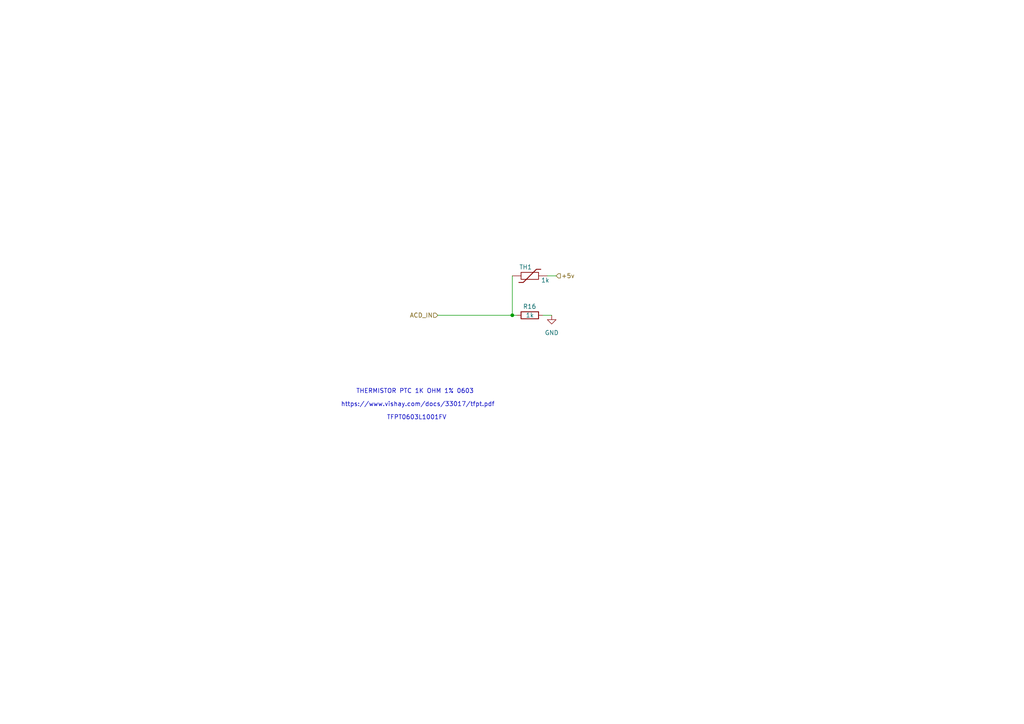
<source format=kicad_sch>
(kicad_sch (version 20210126) (generator eeschema)
  (paper "A4")
  (title_block (title "Basic Schematic 6"))
  (lib_symbols
    (symbol "Device:R" (pin_numbers hide) (pin_names (offset 0))
      (property "Reference" "R" (at 2.032 0 90))
      (property "Value" "R" (at 0 0 90))
      (symbol "R_0_1"
        (rectangle (start -1.016 -2.54) (end 1.016 2.54) (stroke (width 0.254)))
      )
      (symbol "R_1_1"
        (pin passive line (at 0 3.81 270) (length 1.27) (name "~") (number "1"))
        (pin passive line (at 0 -3.81 90) (length 1.27) (name "~") (number "2"))
      )
    )
    (symbol "Device:Thermistor" (pin_numbers hide) (pin_names (offset 0))
      (property "Reference" "TH" (at 2.54 1.27 90))
      (property "Value" "Thermistor" (at -2.54 0 90))
      (symbol "Thermistor_0_1"
        (rectangle (start -1.016 2.54) (end 1.016 -2.54) (stroke (width 0.2032)))
        (polyline (pts (xy -1.905 3.175) (xy -1.905 1.905) (xy 1.905 -1.905) (xy 1.905 -3.175) (xy 1.905 -3.175)) (stroke (width 0.254)))
      )
      (symbol "Thermistor_1_1"
        (pin passive line (at 0 5.08 270) (length 2.54) (name "~") (number "1"))
        (pin passive line (at 0 -5.08 90) (length 2.54) (name "~") (number "2"))
      )
    )
    (symbol "power:GND" (power) (pin_names (offset 0))
      (property "Value" "GND" (at 0 -3.81 0))
      (symbol "GND_0_1"
        (polyline (pts (xy 0 0) (xy 0 -1.27) (xy 1.27 -1.27) (xy 0 -2.54) (xy -1.27 -1.27) (xy 0 -1.27)))
      )
      (symbol "GND_1_1"
        (pin power_in line (at 0 0 270) (length 0) hide (name "GND") (number "1"))
      )
    )
  )
  (junction (at 148.59 91.44) (diameter 0.9144))
  (wire (pts (xy 127 91.44) (xy 148.59 91.44)))
  (wire (pts (xy 148.59 80.01) (xy 148.59 91.44)))
  (wire (pts (xy 149.86 91.44) (xy 148.59 91.44)))
  (wire (pts (xy 160.02 91.44) (xy 157.48 91.44)))
  (wire (pts (xy 161.29 80.01) (xy 158.75 80.01)))
  (text "TFPT0603L1001FV" (at 129.54 121.92 180) (effects (font (size 1.27 1.27)) (justify right bottom)))
  (text "THERMISTOR PTC 1K OHM 1% 0603 " (at 138.43 114.3 180) (effects (font (size 1.27 1.27)) (justify right bottom)))
  (text "https://www.vishay.com/docs/33017/tfpt.pdf" (at 143.51 118.11 180) (effects (font (size 1.27 1.27)) (justify right bottom)))
  (hierarchical_label "ACD_IN" (shape input) (at 127 91.44 180))
  (hierarchical_label "+5v" (shape input) (at 161.29 80.01 0))
  (symbol (lib_id "power:GND") (at 160.02 91.44 0) (unit 1)
    (property "Reference" "#PWR0109" (effects hide))
    (property "Value" "GND" (at 160.02 96.52 0))
  )
  (symbol (lib_id "Device:R") (at 153.67 91.44 90) (unit 1)
    (property "Reference" "R16" (at 155.5749 88.9 90) (effects (justify left)))
    (property "Value" "1k" (at 154.9145 91.44 90) (effects (justify left)))
  )
  (symbol (lib_id "Device:Thermistor") (at 153.67 80.01 270) (unit 1)
    (property "Reference" "TH1" (at 154.3049 77.47 90) (effects (justify right)))
    (property "Value" "1k" (at 159.3849 81.28 90) (effects (justify right)))
  )
)
</source>
